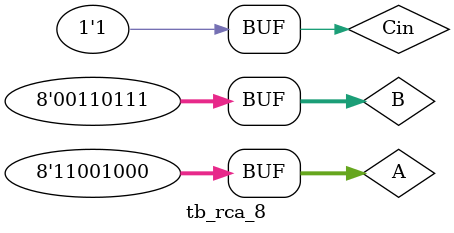
<source format=v>
module tb_rca_8;
    reg [7:0] A, B;
    reg Cin;
    wire [7:0] SUM;
    wire Cout;

    rca_8 UUT (
        .A(A), .B(B), .Cin(Cin),
        .SUM(SUM), .Cout(Cout)
    );

    initial begin
        A = 8'd100; B = 8'd28; Cin = 0;
        #10 A = 8'd255; B = 8'd1; Cin = 0;
        #10 A = 8'd50; B = 8'd100; Cin = 1;
        #10 A = 8'd200; B = 8'd55; Cin = 1;
    end
endmodule

</source>
